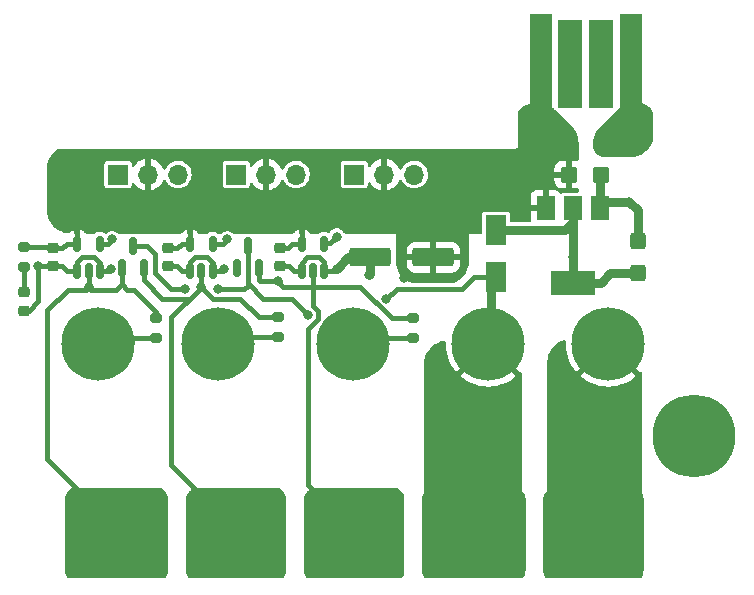
<source format=gtl>
G04 #@! TF.GenerationSoftware,KiCad,Pcbnew,(6.0.5)*
G04 #@! TF.CreationDate,2022-06-23T18:32:15+02:00*
G04 #@! TF.ProjectId,microjuice,6d696372-6f6a-4756-9963-652e6b696361,rev?*
G04 #@! TF.SameCoordinates,Original*
G04 #@! TF.FileFunction,Copper,L1,Top*
G04 #@! TF.FilePolarity,Positive*
%FSLAX46Y46*%
G04 Gerber Fmt 4.6, Leading zero omitted, Abs format (unit mm)*
G04 Created by KiCad (PCBNEW (6.0.5)) date 2022-06-23 18:32:15*
%MOMM*%
%LPD*%
G01*
G04 APERTURE LIST*
G04 Aperture macros list*
%AMRoundRect*
0 Rectangle with rounded corners*
0 $1 Rounding radius*
0 $2 $3 $4 $5 $6 $7 $8 $9 X,Y pos of 4 corners*
0 Add a 4 corners polygon primitive as box body*
4,1,4,$2,$3,$4,$5,$6,$7,$8,$9,$2,$3,0*
0 Add four circle primitives for the rounded corners*
1,1,$1+$1,$2,$3*
1,1,$1+$1,$4,$5*
1,1,$1+$1,$6,$7*
1,1,$1+$1,$8,$9*
0 Add four rect primitives between the rounded corners*
20,1,$1+$1,$2,$3,$4,$5,0*
20,1,$1+$1,$4,$5,$6,$7,0*
20,1,$1+$1,$6,$7,$8,$9,0*
20,1,$1+$1,$8,$9,$2,$3,0*%
G04 Aperture macros list end*
G04 #@! TA.AperFunction,SMDPad,CuDef*
%ADD10RoundRect,0.200000X0.275000X-0.200000X0.275000X0.200000X-0.275000X0.200000X-0.275000X-0.200000X0*%
G04 #@! TD*
G04 #@! TA.AperFunction,SMDPad,CuDef*
%ADD11RoundRect,0.150000X0.150000X-0.587500X0.150000X0.587500X-0.150000X0.587500X-0.150000X-0.587500X0*%
G04 #@! TD*
G04 #@! TA.AperFunction,ComponentPad*
%ADD12C,7.000000*%
G04 #@! TD*
G04 #@! TA.AperFunction,SMDPad,CuDef*
%ADD13RoundRect,0.150000X0.150000X-0.512500X0.150000X0.512500X-0.150000X0.512500X-0.150000X-0.512500X0*%
G04 #@! TD*
G04 #@! TA.AperFunction,SMDPad,CuDef*
%ADD14RoundRect,0.250000X1.500000X0.550000X-1.500000X0.550000X-1.500000X-0.550000X1.500000X-0.550000X0*%
G04 #@! TD*
G04 #@! TA.AperFunction,SMDPad,CuDef*
%ADD15R,1.800000X2.500000*%
G04 #@! TD*
G04 #@! TA.AperFunction,ComponentPad*
%ADD16C,6.200000*%
G04 #@! TD*
G04 #@! TA.AperFunction,SMDPad,CuDef*
%ADD17RoundRect,0.225000X0.250000X-0.225000X0.250000X0.225000X-0.250000X0.225000X-0.250000X-0.225000X0*%
G04 #@! TD*
G04 #@! TA.AperFunction,ComponentPad*
%ADD18R,1.700000X1.700000*%
G04 #@! TD*
G04 #@! TA.AperFunction,ComponentPad*
%ADD19O,1.700000X1.700000*%
G04 #@! TD*
G04 #@! TA.AperFunction,SMDPad,CuDef*
%ADD20RoundRect,0.250000X0.425000X-0.450000X0.425000X0.450000X-0.425000X0.450000X-0.425000X-0.450000X0*%
G04 #@! TD*
G04 #@! TA.AperFunction,SMDPad,CuDef*
%ADD21RoundRect,0.250000X-0.450000X-0.425000X0.450000X-0.425000X0.450000X0.425000X-0.450000X0.425000X0*%
G04 #@! TD*
G04 #@! TA.AperFunction,SMDPad,CuDef*
%ADD22R,1.500000X2.000000*%
G04 #@! TD*
G04 #@! TA.AperFunction,SMDPad,CuDef*
%ADD23R,3.800000X2.000000*%
G04 #@! TD*
G04 #@! TA.AperFunction,ConnectorPad*
%ADD24R,1.900000X8.000000*%
G04 #@! TD*
G04 #@! TA.AperFunction,ConnectorPad*
%ADD25R,2.000000X7.500000*%
G04 #@! TD*
G04 #@! TA.AperFunction,SMDPad,CuDef*
%ADD26RoundRect,0.200000X-0.275000X0.200000X-0.275000X-0.200000X0.275000X-0.200000X0.275000X0.200000X0*%
G04 #@! TD*
G04 #@! TA.AperFunction,SMDPad,CuDef*
%ADD27RoundRect,0.218750X0.256250X-0.218750X0.256250X0.218750X-0.256250X0.218750X-0.256250X-0.218750X0*%
G04 #@! TD*
G04 #@! TA.AperFunction,ViaPad*
%ADD28C,0.800000*%
G04 #@! TD*
G04 #@! TA.AperFunction,Conductor*
%ADD29C,0.800000*%
G04 #@! TD*
G04 #@! TA.AperFunction,Conductor*
%ADD30C,0.400000*%
G04 #@! TD*
G04 APERTURE END LIST*
D10*
G04 #@! TO.P,R2,1*
G04 #@! TO.N,Net-(H8-Pad1)*
X115500000Y-116250000D03*
G04 #@! TO.P,R2,2*
G04 #@! TO.N,Net-(D2-Pad2)*
X115500000Y-114600000D03*
G04 #@! TD*
D11*
G04 #@! TO.P,D3,1*
G04 #@! TO.N,unconnected-(D3-Pad1)*
X112050000Y-110437500D03*
G04 #@! TO.P,D3,2*
G04 #@! TO.N,Net-(D3-Pad2)*
X113950000Y-110437500D03*
G04 #@! TO.P,D3,3*
G04 #@! TO.N,+3V0*
X113000000Y-108562500D03*
G04 #@! TD*
D12*
G04 #@! TO.P,H6,1,1*
G04 #@! TO.N,VBUS*
X150800000Y-124600000D03*
G04 #@! TD*
D13*
G04 #@! TO.P,U4,1*
G04 #@! TO.N,GND*
X117550000Y-110637500D03*
G04 #@! TO.P,U4,2*
G04 #@! TO.N,Net-(D3-Pad2)*
X118500000Y-110637500D03*
G04 #@! TO.P,U4,3,GND*
G04 #@! TO.N,GND*
X119450000Y-110637500D03*
G04 #@! TO.P,U4,4*
G04 #@! TO.N,Net-(JP3-Pad1)*
X119450000Y-108362500D03*
G04 #@! TO.P,U4,5,VCC*
G04 #@! TO.N,VBUS*
X117550000Y-108362500D03*
G04 #@! TD*
D12*
G04 #@! TO.P,H10,1,1*
G04 #@! TO.N,+3V0*
X132000000Y-132588000D03*
G04 #@! TD*
D14*
G04 #@! TO.P,C1,1*
G04 #@! TO.N,VBUS*
X128700000Y-109500000D03*
G04 #@! TO.P,C1,2*
G04 #@! TO.N,GND*
X123300000Y-109500000D03*
G04 #@! TD*
D11*
G04 #@! TO.P,D2,1*
G04 #@! TO.N,Net-(D2-Pad1)*
X102300000Y-110437500D03*
G04 #@! TO.P,D2,2*
G04 #@! TO.N,Net-(D2-Pad2)*
X104200000Y-110437500D03*
G04 #@! TO.P,D2,3*
G04 #@! TO.N,+3V0*
X103250000Y-108562500D03*
G04 #@! TD*
D15*
G04 #@! TO.P,D1,1,K*
G04 #@! TO.N,+3V0*
X134000000Y-111200000D03*
G04 #@! TO.P,D1,2,A*
G04 #@! TO.N,Net-(C6-Pad1)*
X134000000Y-107200000D03*
G04 #@! TD*
D16*
G04 #@! TO.P,H9,1,1*
G04 #@! TO.N,Net-(H9-Pad1)*
X121920000Y-116840000D03*
G04 #@! TD*
D17*
G04 #@! TO.P,C4,1*
G04 #@! TO.N,GND*
X96500000Y-110275000D03*
G04 #@! TO.P,C4,2*
G04 #@! TO.N,VBUS*
X96500000Y-108725000D03*
G04 #@! TD*
G04 #@! TO.P,C5,1*
G04 #@! TO.N,GND*
X115750000Y-110275000D03*
G04 #@! TO.P,C5,2*
G04 #@! TO.N,VBUS*
X115750000Y-108725000D03*
G04 #@! TD*
G04 #@! TO.P,C3,1*
G04 #@! TO.N,GND*
X106250000Y-110275000D03*
G04 #@! TO.P,C3,2*
G04 #@! TO.N,VBUS*
X106250000Y-108725000D03*
G04 #@! TD*
D18*
G04 #@! TO.P,J5,1,Pin_1*
G04 #@! TO.N,GND*
X122000000Y-102500000D03*
D19*
G04 #@! TO.P,J5,2,Pin_2*
G04 #@! TO.N,VBUS*
X124540000Y-102500000D03*
G04 #@! TO.P,J5,3,Pin_3*
G04 #@! TO.N,Net-(JP3-Pad1)*
X127080000Y-102500000D03*
G04 #@! TD*
D20*
G04 #@! TO.P,C6,1*
G04 #@! TO.N,Net-(C6-Pad1)*
X146000000Y-110850000D03*
G04 #@! TO.P,C6,2*
G04 #@! TO.N,GND*
X146000000Y-108150000D03*
G04 #@! TD*
D13*
G04 #@! TO.P,U3,1*
G04 #@! TO.N,GND*
X108100000Y-110637500D03*
G04 #@! TO.P,U3,2*
G04 #@! TO.N,Net-(D2-Pad2)*
X109050000Y-110637500D03*
G04 #@! TO.P,U3,3,GND*
G04 #@! TO.N,GND*
X110000000Y-110637500D03*
G04 #@! TO.P,U3,4*
G04 #@! TO.N,Net-(J4-Pad3)*
X110000000Y-108362500D03*
G04 #@! TO.P,U3,5,VCC*
G04 #@! TO.N,VBUS*
X108100000Y-108362500D03*
G04 #@! TD*
D21*
G04 #@! TO.P,C2,1*
G04 #@! TO.N,VBUS*
X140150000Y-102500000D03*
G04 #@! TO.P,C2,2*
G04 #@! TO.N,GND*
X142850000Y-102500000D03*
G04 #@! TD*
D18*
G04 #@! TO.P,J4,1,Pin_1*
G04 #@! TO.N,GND*
X112000000Y-102500000D03*
D19*
G04 #@! TO.P,J4,2,Pin_2*
G04 #@! TO.N,VBUS*
X114540000Y-102500000D03*
G04 #@! TO.P,J4,3,Pin_3*
G04 #@! TO.N,Net-(J4-Pad3)*
X117080000Y-102500000D03*
G04 #@! TD*
D10*
G04 #@! TO.P,R1,1*
G04 #@! TO.N,Net-(H7-Pad1)*
X105250000Y-116325000D03*
G04 #@! TO.P,R1,2*
G04 #@! TO.N,Net-(D2-Pad1)*
X105250000Y-114675000D03*
G04 #@! TD*
D22*
G04 #@! TO.P,U1,1,GND*
G04 #@! TO.N,GND*
X142800000Y-105350000D03*
G04 #@! TO.P,U1,2,VO*
G04 #@! TO.N,Net-(C6-Pad1)*
X140500000Y-105350000D03*
D23*
X140500000Y-111650000D03*
D22*
G04 #@! TO.P,U1,3,VI*
G04 #@! TO.N,VBUS*
X138200000Y-105350000D03*
G04 #@! TD*
D16*
G04 #@! TO.P,H7,1,1*
G04 #@! TO.N,Net-(H7-Pad1)*
X100330000Y-116840000D03*
G04 #@! TD*
G04 #@! TO.P,H5,1,1*
G04 #@! TO.N,GND*
X143510000Y-116840000D03*
G04 #@! TD*
D12*
G04 #@! TO.P,H2,1,1*
G04 #@! TO.N,Net-(D2-Pad2)*
X112000000Y-132588000D03*
G04 #@! TD*
D13*
G04 #@! TO.P,U2,1*
G04 #@! TO.N,GND*
X98550000Y-110637500D03*
G04 #@! TO.P,U2,2*
G04 #@! TO.N,Net-(D2-Pad1)*
X99500000Y-110637500D03*
G04 #@! TO.P,U2,3,GND*
G04 #@! TO.N,GND*
X100450000Y-110637500D03*
G04 #@! TO.P,U2,4*
G04 #@! TO.N,Net-(J3-Pad3)*
X100450000Y-108362500D03*
G04 #@! TO.P,U2,5,VCC*
G04 #@! TO.N,VBUS*
X98550000Y-108362500D03*
G04 #@! TD*
D24*
G04 #@! TO.P,J1,1,VBUS*
G04 #@! TO.N,VBUS*
X137790000Y-92900000D03*
D25*
G04 #@! TO.P,J1,2,D-*
G04 #@! TO.N,unconnected-(J1-Pad2)*
X140300000Y-93150000D03*
G04 #@! TO.P,J1,3,D+*
G04 #@! TO.N,unconnected-(J1-Pad3)*
X142900000Y-93150000D03*
D24*
G04 #@! TO.P,J1,4,GND*
G04 #@! TO.N,GND*
X145410000Y-92900000D03*
G04 #@! TD*
D26*
G04 #@! TO.P,R4,1*
G04 #@! TO.N,VBUS*
X94000000Y-108675000D03*
G04 #@! TO.P,R4,2*
G04 #@! TO.N,Net-(D4-Pad2)*
X94000000Y-110325000D03*
G04 #@! TD*
D12*
G04 #@! TO.P,H11,1,1*
G04 #@! TO.N,GND*
X142000000Y-132588000D03*
G04 #@! TD*
G04 #@! TO.P,H1,1,1*
G04 #@! TO.N,Net-(D2-Pad1)*
X102000000Y-132588000D03*
G04 #@! TD*
D27*
G04 #@! TO.P,D4,1,K*
G04 #@! TO.N,GND*
X94000000Y-114037500D03*
G04 #@! TO.P,D4,2,A*
G04 #@! TO.N,Net-(D4-Pad2)*
X94000000Y-112462500D03*
G04 #@! TD*
D18*
G04 #@! TO.P,J3,1,Pin_1*
G04 #@! TO.N,GND*
X102000000Y-102500000D03*
D19*
G04 #@! TO.P,J3,2,Pin_2*
G04 #@! TO.N,VBUS*
X104540000Y-102500000D03*
G04 #@! TO.P,J3,3,Pin_3*
G04 #@! TO.N,Net-(J3-Pad3)*
X107080000Y-102500000D03*
G04 #@! TD*
D16*
G04 #@! TO.P,H8,1,1*
G04 #@! TO.N,Net-(H8-Pad1)*
X110490000Y-116840000D03*
G04 #@! TD*
D10*
G04 #@! TO.P,R3,1*
G04 #@! TO.N,Net-(H9-Pad1)*
X127000000Y-116325000D03*
G04 #@! TO.P,R3,2*
G04 #@! TO.N,Net-(D3-Pad2)*
X127000000Y-114675000D03*
G04 #@! TD*
D12*
G04 #@! TO.P,H3,1,1*
G04 #@! TO.N,Net-(D3-Pad2)*
X121920000Y-132588000D03*
G04 #@! TD*
D16*
G04 #@! TO.P,H4,1,1*
G04 #@! TO.N,+3V0*
X133350000Y-116840000D03*
G04 #@! TD*
D28*
G04 #@! TO.N,GND*
X101400500Y-110500000D03*
X145700000Y-100600000D03*
X120500000Y-110500000D03*
X123250000Y-111000000D03*
X145300000Y-104800000D03*
X111000000Y-110500000D03*
X95250000Y-110250000D03*
X143100000Y-100600000D03*
X144400000Y-100600000D03*
G04 #@! TO.N,+3V0*
X110500000Y-112200000D03*
X118100000Y-114400000D03*
X107700000Y-112200500D03*
X124690332Y-113059668D03*
G04 #@! TO.N,VBUS*
X127400000Y-111250000D03*
X126200000Y-111250000D03*
X128600000Y-111250000D03*
G04 #@! TO.N,Net-(D2-Pad1)*
X99500000Y-112000000D03*
G04 #@! TO.N,Net-(D2-Pad2)*
X109000000Y-112000000D03*
G04 #@! TO.N,Net-(D3-Pad2)*
X115500000Y-111500000D03*
G04 #@! TO.N,Net-(J3-Pad3)*
X101500000Y-108000000D03*
G04 #@! TO.N,Net-(C6-Pad1)*
X140500000Y-109500000D03*
X140500000Y-106500000D03*
G04 #@! TO.N,Net-(J4-Pad3)*
X111250000Y-108000000D03*
G04 #@! TO.N,Net-(JP3-Pad1)*
X120500000Y-107750000D03*
G04 #@! TD*
D29*
G04 #@! TO.N,GND*
X142800000Y-102800000D02*
X142800000Y-105350000D01*
D30*
X119026069Y-109500000D02*
X119450000Y-109923931D01*
X97275000Y-110275000D02*
X97637500Y-110637500D01*
X100450000Y-109950000D02*
X100450000Y-110637500D01*
X106975000Y-110275000D02*
X107000000Y-110250000D01*
X94000000Y-114037500D02*
X94462500Y-114037500D01*
D29*
X145300000Y-104800000D02*
X146000000Y-105500000D01*
D30*
X96500000Y-110275000D02*
X97275000Y-110275000D01*
X120500000Y-110500000D02*
X120362500Y-110637500D01*
X107000000Y-110250000D02*
X107387500Y-110637500D01*
X95250000Y-113250000D02*
X95250000Y-110250000D01*
X100450000Y-110637500D02*
X101263000Y-110637500D01*
D29*
X123300000Y-110950000D02*
X123300000Y-109500000D01*
D30*
X117550000Y-109950000D02*
X118000000Y-109500000D01*
D29*
X146000000Y-105500000D02*
X146000000Y-108150000D01*
D30*
X110000000Y-110637500D02*
X110000000Y-110000000D01*
X98550000Y-110637500D02*
X98550000Y-109923931D01*
X98550000Y-109923931D02*
X98973931Y-109500000D01*
X109500000Y-109500000D02*
X108500000Y-109500000D01*
X120362500Y-110637500D02*
X119450000Y-110637500D01*
X101263000Y-110637500D02*
X101400500Y-110500000D01*
D29*
X142850000Y-102750000D02*
X142800000Y-102800000D01*
X142850000Y-102500000D02*
X142850000Y-102750000D01*
X145300000Y-104800000D02*
X143350000Y-104800000D01*
D30*
X100000000Y-109500000D02*
X100450000Y-109950000D01*
X108500000Y-109500000D02*
X108100000Y-109900000D01*
X106250000Y-110275000D02*
X106975000Y-110275000D01*
X98973931Y-109500000D02*
X100000000Y-109500000D01*
X97637500Y-110637500D02*
X98550000Y-110637500D01*
X107387500Y-110637500D02*
X108100000Y-110637500D01*
D29*
X121500000Y-109500000D02*
X120500000Y-110500000D01*
X123300000Y-109500000D02*
X121500000Y-109500000D01*
D30*
X108100000Y-109900000D02*
X108100000Y-110637500D01*
X117550000Y-110637500D02*
X117550000Y-109950000D01*
X94462500Y-114037500D02*
X95250000Y-113250000D01*
X95275000Y-110275000D02*
X96500000Y-110275000D01*
D29*
X143350000Y-104800000D02*
X142800000Y-105350000D01*
D30*
X110862500Y-110637500D02*
X110000000Y-110637500D01*
X111000000Y-110500000D02*
X110862500Y-110637500D01*
X118000000Y-109500000D02*
X119026069Y-109500000D01*
X116500000Y-110275000D02*
X116862500Y-110637500D01*
X110000000Y-110000000D02*
X109500000Y-109500000D01*
X115750000Y-110275000D02*
X116500000Y-110275000D01*
X116862500Y-110637500D02*
X117550000Y-110637500D01*
X119450000Y-109923931D02*
X119450000Y-110637500D01*
X95250000Y-110250000D02*
X95275000Y-110275000D01*
D29*
X123250000Y-111000000D02*
X123300000Y-110950000D01*
G04 #@! TO.N,+3V0*
X133600000Y-111600000D02*
X133600000Y-116590000D01*
D30*
X114300000Y-113000000D02*
X113000000Y-111700000D01*
X131127832Y-112172168D02*
X132100000Y-111200000D01*
X112700000Y-112200000D02*
X113000000Y-111900000D01*
X110500000Y-112200000D02*
X112700000Y-112200000D01*
X104462500Y-108562500D02*
X103250000Y-108562500D01*
D29*
X134000000Y-111200000D02*
X133600000Y-111600000D01*
D30*
X113000000Y-111700000D02*
X113000000Y-111300000D01*
X125577832Y-112172168D02*
X131127832Y-112172168D01*
X116700000Y-113000000D02*
X114300000Y-113000000D01*
X113000000Y-111900000D02*
X113000000Y-111300000D01*
X107700000Y-112200500D02*
X106500500Y-112200500D01*
D29*
X133600000Y-116590000D02*
X133350000Y-116840000D01*
D30*
X132100000Y-111200000D02*
X134000000Y-111200000D01*
X113000000Y-111002138D02*
X113000000Y-108562500D01*
X105100000Y-109200000D02*
X104462500Y-108562500D01*
X124690332Y-113059668D02*
X125577832Y-112172168D01*
X113000000Y-111300000D02*
X113000000Y-111002138D01*
X106500500Y-112200500D02*
X105100000Y-110800000D01*
X118100000Y-114400000D02*
X116700000Y-113000000D01*
X105100000Y-110800000D02*
X105100000Y-109200000D01*
G04 #@! TO.N,VBUS*
X106275000Y-108750000D02*
X107000000Y-108750000D01*
X106250000Y-108725000D02*
X106275000Y-108750000D01*
X116387500Y-108725000D02*
X116750000Y-108362500D01*
X94000000Y-108675000D02*
X96450000Y-108675000D01*
X107000000Y-108750000D02*
X107387500Y-108362500D01*
X97275000Y-108725000D02*
X97637500Y-108362500D01*
X96450000Y-108675000D02*
X96500000Y-108725000D01*
X97637500Y-108362500D02*
X98550000Y-108362500D01*
X115750000Y-108725000D02*
X116387500Y-108725000D01*
X116750000Y-108362500D02*
X117550000Y-108362500D01*
X117550000Y-108362500D02*
X117550000Y-106700000D01*
X96500000Y-108725000D02*
X97275000Y-108725000D01*
X107387500Y-108362500D02*
X108100000Y-108362500D01*
X98550000Y-108362500D02*
X98550000Y-106450000D01*
X108100000Y-108362500D02*
X108100000Y-106400000D01*
G04 #@! TO.N,Net-(H7-Pad1)*
X103205000Y-116675000D02*
X103040000Y-116840000D01*
X100845000Y-116325000D02*
X105250000Y-116325000D01*
X103040000Y-116840000D02*
X100330000Y-116840000D01*
X100175000Y-116685000D02*
X100330000Y-116840000D01*
X100330000Y-116840000D02*
X100845000Y-116325000D01*
G04 #@! TO.N,Net-(H8-Pad1)*
X110490000Y-116840000D02*
X111080000Y-116250000D01*
X111080000Y-116250000D02*
X115500000Y-116250000D01*
G04 #@! TO.N,Net-(H9-Pad1)*
X119590000Y-116840000D02*
X121920000Y-116840000D01*
X121920000Y-116840000D02*
X122435000Y-116325000D01*
X122435000Y-116325000D02*
X127000000Y-116325000D01*
G04 #@! TO.N,Net-(D4-Pad2)*
X94000000Y-112462500D02*
X94000000Y-110325000D01*
G04 #@! TO.N,Net-(D2-Pad1)*
X99500000Y-112000000D02*
X99750000Y-112250000D01*
X96000000Y-114000000D02*
X96000000Y-126588000D01*
X97750000Y-112250000D02*
X96000000Y-114000000D01*
X96000000Y-126588000D02*
X102000000Y-132588000D01*
X105250000Y-114150000D02*
X103350000Y-112250000D01*
X99500000Y-112000000D02*
X99250000Y-112250000D01*
X99500000Y-110637500D02*
X99500000Y-112000000D01*
X103350000Y-112250000D02*
X102750000Y-112250000D01*
X102300000Y-111800000D02*
X102300000Y-110437500D01*
X102750000Y-112250000D02*
X102300000Y-111800000D01*
X105250000Y-114675000D02*
X105250000Y-114150000D01*
X99750000Y-112250000D02*
X101850000Y-112250000D01*
X99250000Y-112250000D02*
X97750000Y-112250000D01*
X101850000Y-112250000D02*
X102300000Y-111800000D01*
G04 #@! TO.N,Net-(D2-Pad2)*
X105750000Y-113000000D02*
X104200000Y-111450000D01*
X113900000Y-114600000D02*
X115500000Y-114600000D01*
X109000000Y-112100000D02*
X108100000Y-113000000D01*
X109050000Y-111950000D02*
X109000000Y-112000000D01*
X109000000Y-112000000D02*
X110000000Y-113000000D01*
X106500000Y-114600000D02*
X106500000Y-127088000D01*
X108100000Y-113000000D02*
X105750000Y-113000000D01*
X109050000Y-110637500D02*
X109050000Y-111950000D01*
X104200000Y-111450000D02*
X104200000Y-110437500D01*
X106500000Y-127088000D02*
X112000000Y-132588000D01*
X109000000Y-112100000D02*
X106500000Y-114600000D01*
X110000000Y-113000000D02*
X112300000Y-113000000D01*
X109000000Y-110687500D02*
X109050000Y-110637500D01*
X112300000Y-113000000D02*
X113900000Y-114600000D01*
X109000000Y-112000000D02*
X109000000Y-112100000D01*
G04 #@! TO.N,Net-(D3-Pad2)*
X118100000Y-128768000D02*
X121920000Y-132588000D01*
X118100000Y-115555471D02*
X118100000Y-128768000D01*
X118899511Y-114755960D02*
X118100000Y-115555471D01*
X118500000Y-110637500D02*
X118500000Y-113669320D01*
X118899511Y-114068831D02*
X118899511Y-114755960D01*
X113950000Y-111450000D02*
X113950000Y-110437500D01*
X114000000Y-111500000D02*
X113950000Y-111450000D01*
X122500000Y-112000000D02*
X125175000Y-114675000D01*
X125175000Y-114675000D02*
X127000000Y-114675000D01*
X116000000Y-112000000D02*
X122500000Y-112000000D01*
X115500000Y-111500000D02*
X114000000Y-111500000D01*
X118500000Y-113669320D02*
X118899511Y-114068831D01*
X115500000Y-111500000D02*
X116000000Y-112000000D01*
G04 #@! TO.N,Net-(J3-Pad3)*
X100450000Y-108362500D02*
X101137500Y-108362500D01*
X101137500Y-108362500D02*
X101500000Y-108000000D01*
D29*
G04 #@! TO.N,Net-(C6-Pad1)*
X134000000Y-107200000D02*
X139800000Y-107200000D01*
X139800000Y-107200000D02*
X140500000Y-106500000D01*
X140500000Y-105350000D02*
X140500000Y-106500000D01*
X142850000Y-111650000D02*
X140500000Y-111650000D01*
X146000000Y-110850000D02*
X143650000Y-110850000D01*
X140500000Y-109500000D02*
X140500000Y-111650000D01*
X143650000Y-110850000D02*
X142850000Y-111650000D01*
X140500000Y-106500000D02*
X140500000Y-109500000D01*
D30*
G04 #@! TO.N,Net-(J4-Pad3)*
X110887500Y-108362500D02*
X110000000Y-108362500D01*
X111250000Y-108000000D02*
X110887500Y-108362500D01*
G04 #@! TO.N,Net-(JP3-Pad1)*
X119950000Y-108300000D02*
X119450000Y-108300000D01*
X120500000Y-107750000D02*
X119950000Y-108300000D01*
G04 #@! TD*
G04 #@! TA.AperFunction,Conductor*
G04 #@! TO.N,+3V0*
G36*
X133439095Y-116569885D02*
G01*
X136063210Y-119193999D01*
X136087838Y-119207448D01*
X136134385Y-119217573D01*
X136184587Y-119267775D01*
X136200000Y-119328161D01*
X136200000Y-133150000D01*
X127900000Y-133150000D01*
X127900000Y-119566286D01*
X130988861Y-119566286D01*
X130996318Y-119576654D01*
X131223800Y-119760865D01*
X131229115Y-119764727D01*
X131540773Y-119967121D01*
X131546450Y-119970398D01*
X131877540Y-120139097D01*
X131883565Y-120141779D01*
X132230447Y-120274935D01*
X132236729Y-120276976D01*
X132595636Y-120373144D01*
X132602086Y-120374515D01*
X132969096Y-120432645D01*
X132975634Y-120433331D01*
X133346699Y-120452778D01*
X133353301Y-120452778D01*
X133724366Y-120433331D01*
X133730904Y-120432645D01*
X134097914Y-120374515D01*
X134104364Y-120373144D01*
X134463271Y-120276976D01*
X134469553Y-120274935D01*
X134816435Y-120141779D01*
X134822460Y-120139097D01*
X135153550Y-119970398D01*
X135159227Y-119967121D01*
X135470885Y-119764727D01*
X135476200Y-119760865D01*
X135702730Y-119577424D01*
X135711198Y-119565166D01*
X135704865Y-119554076D01*
X133362810Y-117212020D01*
X133348869Y-117204408D01*
X133347034Y-117204539D01*
X133340420Y-117208790D01*
X130996001Y-119553210D01*
X130988861Y-119566286D01*
X127900000Y-119566286D01*
X127900000Y-118554501D01*
X127900321Y-118545513D01*
X127919714Y-118274355D01*
X127922272Y-118256567D01*
X127979098Y-117995342D01*
X127984161Y-117978097D01*
X127993421Y-117953271D01*
X128077589Y-117727607D01*
X128085055Y-117711260D01*
X128213176Y-117476625D01*
X128222895Y-117461502D01*
X128383103Y-117247490D01*
X128394876Y-117233904D01*
X128583904Y-117044876D01*
X128597490Y-117033103D01*
X128811502Y-116872895D01*
X128826625Y-116863176D01*
X129061260Y-116735055D01*
X129077607Y-116727589D01*
X129328100Y-116634160D01*
X129345329Y-116629101D01*
X129591502Y-116575549D01*
X129662316Y-116580614D01*
X129719151Y-116623161D01*
X129743962Y-116689682D01*
X129744110Y-116705264D01*
X129737222Y-116836699D01*
X129737222Y-116843301D01*
X129756669Y-117214366D01*
X129757355Y-117220904D01*
X129815485Y-117587914D01*
X129816856Y-117594364D01*
X129913024Y-117953271D01*
X129915065Y-117959553D01*
X130048221Y-118306435D01*
X130050903Y-118312460D01*
X130219594Y-118643534D01*
X130222891Y-118649244D01*
X130425259Y-118960864D01*
X130429147Y-118966215D01*
X130612576Y-119192730D01*
X130624834Y-119201198D01*
X130635924Y-119194865D01*
X133260905Y-116569885D01*
X133297321Y-116550000D01*
X133408155Y-116550000D01*
X133439095Y-116569885D01*
G37*
G04 #@! TD.AperFunction*
G04 #@! TD*
G04 #@! TA.AperFunction,Conductor*
G04 #@! TO.N,Net-(D3-Pad2)*
G36*
X125254843Y-129000477D02*
G01*
X125435388Y-129018259D01*
X125454418Y-129022045D01*
X125538887Y-129047668D01*
X125623353Y-129073290D01*
X125641283Y-129080717D01*
X125796969Y-129163933D01*
X125813106Y-129174715D01*
X125949573Y-129286710D01*
X125963290Y-129300427D01*
X126030102Y-129381837D01*
X126075285Y-129436894D01*
X126086067Y-129453031D01*
X126169283Y-129608717D01*
X126176710Y-129626647D01*
X126227955Y-129795580D01*
X126231741Y-129814614D01*
X126249523Y-129995157D01*
X126250000Y-130004861D01*
X126250000Y-135995139D01*
X126249523Y-136004843D01*
X126231741Y-136185386D01*
X126227955Y-136204420D01*
X126176710Y-136373353D01*
X126169283Y-136391283D01*
X126086067Y-136546969D01*
X126075285Y-136563106D01*
X125993054Y-136663305D01*
X125941523Y-136696292D01*
X125916526Y-136699500D01*
X118083474Y-136699500D01*
X118025283Y-136680593D01*
X118006946Y-136663305D01*
X117924715Y-136563106D01*
X117913933Y-136546969D01*
X117830717Y-136391283D01*
X117823290Y-136373353D01*
X117772045Y-136204420D01*
X117768259Y-136185386D01*
X117750477Y-136004843D01*
X117750000Y-135995139D01*
X117750000Y-130004861D01*
X117750477Y-129995157D01*
X117768259Y-129814614D01*
X117772045Y-129795580D01*
X117823290Y-129626647D01*
X117830717Y-129608717D01*
X117913933Y-129453031D01*
X117924715Y-129436894D01*
X117969898Y-129381837D01*
X118036710Y-129300427D01*
X118050427Y-129286710D01*
X118186894Y-129174715D01*
X118203031Y-129163933D01*
X118358717Y-129080717D01*
X118376647Y-129073290D01*
X118461113Y-129047668D01*
X118545582Y-129022045D01*
X118564612Y-129018259D01*
X118745157Y-129000477D01*
X118754861Y-129000000D01*
X125245139Y-129000000D01*
X125254843Y-129000477D01*
G37*
G04 #@! TD.AperFunction*
G04 #@! TD*
G04 #@! TA.AperFunction,Conductor*
G04 #@! TO.N,+3V0*
G36*
X135504843Y-129000477D02*
G01*
X135685388Y-129018259D01*
X135704418Y-129022045D01*
X135788887Y-129047668D01*
X135873353Y-129073290D01*
X135891283Y-129080717D01*
X136046969Y-129163933D01*
X136063106Y-129174715D01*
X136199573Y-129286710D01*
X136213290Y-129300427D01*
X136280102Y-129381837D01*
X136325285Y-129436894D01*
X136336067Y-129453031D01*
X136419283Y-129608717D01*
X136426710Y-129626647D01*
X136477955Y-129795580D01*
X136481741Y-129814614D01*
X136499523Y-129995157D01*
X136500000Y-130004861D01*
X136500000Y-135995139D01*
X136499523Y-136004843D01*
X136481741Y-136185386D01*
X136477955Y-136204420D01*
X136426710Y-136373353D01*
X136419283Y-136391283D01*
X136336067Y-136546969D01*
X136325285Y-136563106D01*
X136243054Y-136663305D01*
X136191523Y-136696292D01*
X136166526Y-136699500D01*
X128083474Y-136699500D01*
X128025283Y-136680593D01*
X128006946Y-136663305D01*
X127924715Y-136563106D01*
X127913933Y-136546969D01*
X127830717Y-136391283D01*
X127823290Y-136373353D01*
X127772045Y-136204420D01*
X127768259Y-136185386D01*
X127750477Y-136004843D01*
X127750000Y-135995139D01*
X127750000Y-130004861D01*
X127750477Y-129995157D01*
X127768259Y-129814614D01*
X127772045Y-129795580D01*
X127823290Y-129626647D01*
X127830717Y-129608717D01*
X127913933Y-129453031D01*
X127924715Y-129436894D01*
X127969898Y-129381837D01*
X128036710Y-129300427D01*
X128050427Y-129286710D01*
X128186894Y-129174715D01*
X128203031Y-129163933D01*
X128358717Y-129080717D01*
X128376647Y-129073290D01*
X128461113Y-129047668D01*
X128545582Y-129022045D01*
X128564612Y-129018259D01*
X128745157Y-129000477D01*
X128754861Y-129000000D01*
X135495139Y-129000000D01*
X135504843Y-129000477D01*
G37*
G04 #@! TD.AperFunction*
G04 #@! TD*
G04 #@! TA.AperFunction,Conductor*
G04 #@! TO.N,Net-(D2-Pad2)*
G36*
X115254843Y-129000477D02*
G01*
X115435388Y-129018259D01*
X115454418Y-129022045D01*
X115538887Y-129047668D01*
X115623353Y-129073290D01*
X115641283Y-129080717D01*
X115796969Y-129163933D01*
X115813106Y-129174715D01*
X115949573Y-129286710D01*
X115963290Y-129300427D01*
X116030102Y-129381837D01*
X116075285Y-129436894D01*
X116086067Y-129453031D01*
X116169283Y-129608717D01*
X116176710Y-129626647D01*
X116227955Y-129795580D01*
X116231741Y-129814614D01*
X116249523Y-129995157D01*
X116250000Y-130004861D01*
X116250000Y-135995139D01*
X116249523Y-136004843D01*
X116231741Y-136185386D01*
X116227955Y-136204420D01*
X116176710Y-136373353D01*
X116169283Y-136391283D01*
X116086067Y-136546969D01*
X116075285Y-136563106D01*
X115993054Y-136663305D01*
X115941523Y-136696292D01*
X115916526Y-136699500D01*
X108083474Y-136699500D01*
X108025283Y-136680593D01*
X108006946Y-136663305D01*
X107924715Y-136563106D01*
X107913933Y-136546969D01*
X107830717Y-136391283D01*
X107823290Y-136373353D01*
X107772045Y-136204420D01*
X107768259Y-136185386D01*
X107750477Y-136004843D01*
X107750000Y-135995139D01*
X107750000Y-130004861D01*
X107750477Y-129995157D01*
X107768259Y-129814614D01*
X107772045Y-129795580D01*
X107823290Y-129626647D01*
X107830717Y-129608717D01*
X107913933Y-129453031D01*
X107924715Y-129436894D01*
X107969898Y-129381837D01*
X108036710Y-129300427D01*
X108050427Y-129286710D01*
X108186894Y-129174715D01*
X108203031Y-129163933D01*
X108358717Y-129080717D01*
X108376647Y-129073290D01*
X108461113Y-129047668D01*
X108545582Y-129022045D01*
X108564612Y-129018259D01*
X108745157Y-129000477D01*
X108754861Y-129000000D01*
X115245139Y-129000000D01*
X115254843Y-129000477D01*
G37*
G04 #@! TD.AperFunction*
G04 #@! TD*
G04 #@! TA.AperFunction,Conductor*
G04 #@! TO.N,GND*
G36*
X146104308Y-96450377D02*
G01*
X146189038Y-96457790D01*
X146317112Y-96468995D01*
X146334106Y-96471991D01*
X146536259Y-96526158D01*
X146552475Y-96532061D01*
X146742152Y-96620509D01*
X146757097Y-96629137D01*
X146928526Y-96749172D01*
X146941746Y-96760264D01*
X147089736Y-96908254D01*
X147100828Y-96921474D01*
X147220863Y-97092903D01*
X147229491Y-97107848D01*
X147290224Y-97238090D01*
X147299500Y-97279929D01*
X147299500Y-99597847D01*
X147293258Y-99632444D01*
X147221738Y-99824196D01*
X147215870Y-99837044D01*
X147085900Y-100075068D01*
X147078266Y-100086947D01*
X146989060Y-100206112D01*
X146915745Y-100304049D01*
X146906496Y-100314724D01*
X146714724Y-100506496D01*
X146704049Y-100515745D01*
X146486947Y-100678266D01*
X146475068Y-100685900D01*
X146237044Y-100815870D01*
X146224196Y-100821738D01*
X145970102Y-100916510D01*
X145956549Y-100920490D01*
X145691547Y-100978138D01*
X145677566Y-100980148D01*
X145403523Y-100999748D01*
X145396460Y-101000000D01*
X143199878Y-101000000D01*
X143190237Y-100999529D01*
X143013747Y-100982260D01*
X142994832Y-100978523D01*
X142912255Y-100953647D01*
X142829675Y-100928770D01*
X142811845Y-100921438D01*
X142802554Y-100916510D01*
X142659469Y-100840617D01*
X142643398Y-100829969D01*
X142633277Y-100821738D01*
X142509575Y-100721145D01*
X142495871Y-100707581D01*
X142385681Y-100574882D01*
X142374867Y-100558920D01*
X142292487Y-100407378D01*
X142284972Y-100389622D01*
X142233529Y-100224989D01*
X142229598Y-100206112D01*
X142210521Y-100029810D01*
X142209951Y-100020175D01*
X142208654Y-99893711D01*
X142208804Y-99887150D01*
X142223098Y-99632374D01*
X142224700Y-99619353D01*
X142271936Y-99371955D01*
X142275244Y-99359261D01*
X142354779Y-99120270D01*
X142359737Y-99108124D01*
X142470175Y-98881743D01*
X142476696Y-98870360D01*
X142616088Y-98660583D01*
X142624056Y-98650161D01*
X142792136Y-98458172D01*
X142796620Y-98453380D01*
X144211932Y-97038068D01*
X144216661Y-97033640D01*
X144352655Y-96914376D01*
X144406028Y-96867569D01*
X144416292Y-96859693D01*
X144623039Y-96721549D01*
X144634249Y-96715078D01*
X144857239Y-96605112D01*
X144869202Y-96600156D01*
X145104647Y-96520233D01*
X145117147Y-96516883D01*
X145361020Y-96468374D01*
X145373845Y-96466686D01*
X145625193Y-96450212D01*
X145631667Y-96450000D01*
X146095681Y-96450000D01*
X146104308Y-96450377D01*
G37*
G04 #@! TD.AperFunction*
G04 #@! TD*
G04 #@! TA.AperFunction,Conductor*
G04 #@! TO.N,GND*
G36*
X145504843Y-129000477D02*
G01*
X145685388Y-129018259D01*
X145704418Y-129022045D01*
X145788887Y-129047668D01*
X145873353Y-129073290D01*
X145891283Y-129080717D01*
X146046969Y-129163933D01*
X146063106Y-129174715D01*
X146199573Y-129286710D01*
X146213290Y-129300427D01*
X146280102Y-129381837D01*
X146325285Y-129436894D01*
X146336067Y-129453031D01*
X146419283Y-129608717D01*
X146426710Y-129626647D01*
X146477955Y-129795580D01*
X146481741Y-129814614D01*
X146499523Y-129995157D01*
X146500000Y-130004861D01*
X146500000Y-135995139D01*
X146499523Y-136004843D01*
X146481741Y-136185386D01*
X146477955Y-136204420D01*
X146426710Y-136373353D01*
X146419283Y-136391283D01*
X146336067Y-136546969D01*
X146325285Y-136563106D01*
X146243054Y-136663305D01*
X146191523Y-136696292D01*
X146166526Y-136699500D01*
X138333474Y-136699500D01*
X138275283Y-136680593D01*
X138256946Y-136663305D01*
X138174715Y-136563106D01*
X138163933Y-136546969D01*
X138080717Y-136391283D01*
X138073290Y-136373353D01*
X138022045Y-136204420D01*
X138018259Y-136185386D01*
X138000477Y-136004843D01*
X138000000Y-135995139D01*
X138000000Y-130004861D01*
X138000477Y-129995157D01*
X138018259Y-129814614D01*
X138022045Y-129795580D01*
X138073290Y-129626647D01*
X138080717Y-129608717D01*
X138163933Y-129453031D01*
X138174715Y-129436894D01*
X138219898Y-129381837D01*
X138286710Y-129300427D01*
X138300427Y-129286710D01*
X138436894Y-129174715D01*
X138453031Y-129163933D01*
X138608717Y-129080717D01*
X138626647Y-129073290D01*
X138711113Y-129047668D01*
X138795582Y-129022045D01*
X138814612Y-129018259D01*
X138995157Y-129000477D01*
X139004861Y-129000000D01*
X145495139Y-129000000D01*
X145504843Y-129000477D01*
G37*
G04 #@! TD.AperFunction*
G04 #@! TD*
G04 #@! TA.AperFunction,Conductor*
G04 #@! TO.N,GND*
G36*
X139871661Y-116527879D02*
G01*
X139905686Y-116590191D01*
X139908392Y-116623568D01*
X139897222Y-116836699D01*
X139897222Y-116843301D01*
X139916669Y-117214366D01*
X139917355Y-117220904D01*
X139975485Y-117587914D01*
X139976856Y-117594364D01*
X140073024Y-117953271D01*
X140075065Y-117959553D01*
X140208221Y-118306435D01*
X140210903Y-118312460D01*
X140379594Y-118643534D01*
X140382891Y-118649244D01*
X140585259Y-118960864D01*
X140589147Y-118966215D01*
X140772576Y-119192730D01*
X140784834Y-119201198D01*
X140795924Y-119194865D01*
X143420905Y-116569885D01*
X143483217Y-116535859D01*
X143554033Y-116540924D01*
X143599095Y-116569885D01*
X146223210Y-119193999D01*
X146237154Y-119201613D01*
X146265011Y-119199621D01*
X146334385Y-119214712D01*
X146384587Y-119264914D01*
X146400000Y-119325300D01*
X146400000Y-132800000D01*
X138350000Y-132800000D01*
X138350000Y-119566286D01*
X141148861Y-119566286D01*
X141156318Y-119576654D01*
X141383800Y-119760865D01*
X141389115Y-119764727D01*
X141700773Y-119967121D01*
X141706450Y-119970398D01*
X142037540Y-120139097D01*
X142043565Y-120141779D01*
X142390447Y-120274935D01*
X142396729Y-120276976D01*
X142755636Y-120373144D01*
X142762086Y-120374515D01*
X143129096Y-120432645D01*
X143135634Y-120433331D01*
X143506699Y-120452778D01*
X143513301Y-120452778D01*
X143884366Y-120433331D01*
X143890904Y-120432645D01*
X144257914Y-120374515D01*
X144264364Y-120373144D01*
X144623271Y-120276976D01*
X144629553Y-120274935D01*
X144976435Y-120141779D01*
X144982460Y-120139097D01*
X145313550Y-119970398D01*
X145319227Y-119967121D01*
X145630885Y-119764727D01*
X145636200Y-119760865D01*
X145862730Y-119577424D01*
X145871198Y-119565166D01*
X145864865Y-119554076D01*
X143522810Y-117212020D01*
X143508869Y-117204408D01*
X143507034Y-117204539D01*
X143500420Y-117208790D01*
X141156001Y-119553210D01*
X141148861Y-119566286D01*
X138350000Y-119566286D01*
X138350000Y-118404501D01*
X138350321Y-118395513D01*
X138369714Y-118124355D01*
X138372272Y-118106567D01*
X138429098Y-117845342D01*
X138434161Y-117828097D01*
X138521339Y-117594364D01*
X138527589Y-117577607D01*
X138535055Y-117561260D01*
X138663176Y-117326625D01*
X138672895Y-117311502D01*
X138833103Y-117097490D01*
X138844876Y-117083904D01*
X139033904Y-116894876D01*
X139047490Y-116883103D01*
X139261502Y-116722895D01*
X139276625Y-116713176D01*
X139511260Y-116585055D01*
X139527607Y-116577589D01*
X139738532Y-116498918D01*
X139809349Y-116493854D01*
X139871661Y-116527879D01*
G37*
G04 #@! TD.AperFunction*
G04 #@! TD*
G04 #@! TA.AperFunction,Conductor*
G04 #@! TO.N,VBUS*
G36*
X137675692Y-96500270D02*
G01*
X137924383Y-96516570D01*
X137940723Y-96518721D01*
X138181111Y-96566537D01*
X138197032Y-96570803D01*
X138429121Y-96649587D01*
X138444347Y-96655894D01*
X138664165Y-96764296D01*
X138678439Y-96772537D01*
X138882226Y-96908703D01*
X138895302Y-96918736D01*
X139012353Y-97021387D01*
X139035965Y-97053474D01*
X139036749Y-97052935D01*
X139043340Y-97062526D01*
X139048061Y-97073153D01*
X139127287Y-97152241D01*
X139150505Y-97162506D01*
X139188650Y-97188650D01*
X140411286Y-98411286D01*
X140416923Y-98417303D01*
X140581264Y-98604698D01*
X140591297Y-98617774D01*
X140727463Y-98821561D01*
X140735704Y-98835835D01*
X140844106Y-99055653D01*
X140850413Y-99070879D01*
X140929197Y-99302968D01*
X140933463Y-99318889D01*
X140981279Y-99559277D01*
X140983430Y-99575617D01*
X140999730Y-99824308D01*
X141000000Y-99832549D01*
X141000000Y-101234496D01*
X140979998Y-101302617D01*
X140926342Y-101349110D01*
X140856068Y-101359214D01*
X140834333Y-101354089D01*
X140761293Y-101329863D01*
X140747914Y-101326995D01*
X140653562Y-101317328D01*
X140647145Y-101317000D01*
X140422115Y-101317000D01*
X140406876Y-101321475D01*
X140405671Y-101322865D01*
X140404000Y-101330548D01*
X140404000Y-103664884D01*
X140408475Y-103680123D01*
X140409865Y-103681328D01*
X140417548Y-103682999D01*
X140647095Y-103682999D01*
X140653614Y-103682662D01*
X140749206Y-103672743D01*
X140762600Y-103669851D01*
X140834124Y-103645989D01*
X140905074Y-103643405D01*
X140966158Y-103679589D01*
X140997982Y-103743053D01*
X141000000Y-103765513D01*
X141000000Y-103923500D01*
X140979998Y-103991621D01*
X140926342Y-104038114D01*
X140874000Y-104049500D01*
X139705354Y-104049500D01*
X139701650Y-104049941D01*
X139701647Y-104049941D01*
X139694254Y-104050821D01*
X139679154Y-104052618D01*
X139576847Y-104098061D01*
X139568627Y-104106295D01*
X139559040Y-104112884D01*
X139556614Y-104109354D01*
X139514089Y-104132630D01*
X139443268Y-104127637D01*
X139386355Y-104085102D01*
X139318285Y-103994276D01*
X139305724Y-103981715D01*
X139203649Y-103905214D01*
X139188054Y-103896676D01*
X139067606Y-103851522D01*
X139052351Y-103847895D01*
X139001486Y-103842369D01*
X138994672Y-103842000D01*
X138472115Y-103842000D01*
X138456876Y-103846475D01*
X138455671Y-103847865D01*
X138454000Y-103855548D01*
X138454000Y-105478000D01*
X138433998Y-105546121D01*
X138380342Y-105592614D01*
X138328000Y-105604000D01*
X136960116Y-105604000D01*
X136944877Y-105608475D01*
X136943672Y-105609865D01*
X136942001Y-105617548D01*
X136942001Y-106373500D01*
X136921999Y-106441621D01*
X136868343Y-106488114D01*
X136816001Y-106499500D01*
X135326500Y-106499500D01*
X135258379Y-106479498D01*
X135211886Y-106425842D01*
X135200500Y-106373500D01*
X135200500Y-105905354D01*
X135197382Y-105879154D01*
X135151939Y-105776847D01*
X135072713Y-105697759D01*
X135062076Y-105693056D01*
X135062074Y-105693055D01*
X135002538Y-105666735D01*
X134970327Y-105652494D01*
X134944646Y-105649500D01*
X133055354Y-105649500D01*
X133051650Y-105649941D01*
X133051647Y-105649941D01*
X133044254Y-105650821D01*
X133029154Y-105652618D01*
X132926847Y-105698061D01*
X132847759Y-105777287D01*
X132843056Y-105787924D01*
X132843055Y-105787926D01*
X132816735Y-105847462D01*
X132802494Y-105879673D01*
X132799500Y-105905354D01*
X132799500Y-107500000D01*
X131750000Y-107500000D01*
X131750000Y-109745499D01*
X131749679Y-109754487D01*
X131730286Y-110025645D01*
X131727728Y-110043433D01*
X131694123Y-110197914D01*
X131670903Y-110304654D01*
X131665840Y-110321900D01*
X131572411Y-110572393D01*
X131564945Y-110588740D01*
X131436824Y-110823375D01*
X131427105Y-110838498D01*
X131266897Y-111052510D01*
X131255124Y-111066096D01*
X131066096Y-111255124D01*
X131052510Y-111266897D01*
X130838498Y-111427105D01*
X130823375Y-111436824D01*
X130588740Y-111564945D01*
X130572393Y-111572411D01*
X130327573Y-111663724D01*
X130283541Y-111671668D01*
X126966459Y-111671668D01*
X126922427Y-111663724D01*
X126677607Y-111572411D01*
X126661260Y-111564945D01*
X126426625Y-111436824D01*
X126411502Y-111427105D01*
X126197490Y-111266897D01*
X126183904Y-111255124D01*
X125994876Y-111066096D01*
X125983103Y-111052510D01*
X125822895Y-110838498D01*
X125813176Y-110823375D01*
X125685055Y-110588740D01*
X125677589Y-110572393D01*
X125584160Y-110321900D01*
X125579097Y-110304654D01*
X125555877Y-110197914D01*
X125533945Y-110097095D01*
X126442001Y-110097095D01*
X126442338Y-110103614D01*
X126452257Y-110199206D01*
X126455149Y-110212600D01*
X126506588Y-110366784D01*
X126512761Y-110379962D01*
X126598063Y-110517807D01*
X126607099Y-110529208D01*
X126721829Y-110643739D01*
X126733240Y-110652751D01*
X126871243Y-110737816D01*
X126884424Y-110743963D01*
X127038710Y-110795138D01*
X127052086Y-110798005D01*
X127146438Y-110807672D01*
X127152854Y-110808000D01*
X128427885Y-110808000D01*
X128443124Y-110803525D01*
X128444329Y-110802135D01*
X128446000Y-110794452D01*
X128446000Y-110789884D01*
X128954000Y-110789884D01*
X128958475Y-110805123D01*
X128959865Y-110806328D01*
X128967548Y-110807999D01*
X130247095Y-110807999D01*
X130253614Y-110807662D01*
X130349206Y-110797743D01*
X130362600Y-110794851D01*
X130516784Y-110743412D01*
X130529962Y-110737239D01*
X130667807Y-110651937D01*
X130679208Y-110642901D01*
X130793739Y-110528171D01*
X130802751Y-110516760D01*
X130887816Y-110378757D01*
X130893963Y-110365576D01*
X130945138Y-110211290D01*
X130948005Y-110197914D01*
X130957672Y-110103562D01*
X130958000Y-110097146D01*
X130958000Y-109772115D01*
X130953525Y-109756876D01*
X130952135Y-109755671D01*
X130944452Y-109754000D01*
X128972115Y-109754000D01*
X128956876Y-109758475D01*
X128955671Y-109759865D01*
X128954000Y-109767548D01*
X128954000Y-110789884D01*
X128446000Y-110789884D01*
X128446000Y-109772115D01*
X128441525Y-109756876D01*
X128440135Y-109755671D01*
X128432452Y-109754000D01*
X126460116Y-109754000D01*
X126444877Y-109758475D01*
X126443672Y-109759865D01*
X126442001Y-109767548D01*
X126442001Y-110097095D01*
X125533945Y-110097095D01*
X125522272Y-110043433D01*
X125519714Y-110025645D01*
X125500321Y-109754487D01*
X125500000Y-109745499D01*
X125500000Y-109227885D01*
X126442000Y-109227885D01*
X126446475Y-109243124D01*
X126447865Y-109244329D01*
X126455548Y-109246000D01*
X128427885Y-109246000D01*
X128443124Y-109241525D01*
X128444329Y-109240135D01*
X128446000Y-109232452D01*
X128446000Y-109227885D01*
X128954000Y-109227885D01*
X128958475Y-109243124D01*
X128959865Y-109244329D01*
X128967548Y-109246000D01*
X130939884Y-109246000D01*
X130955123Y-109241525D01*
X130956328Y-109240135D01*
X130957999Y-109232452D01*
X130957999Y-108902905D01*
X130957662Y-108896386D01*
X130947743Y-108800794D01*
X130944851Y-108787400D01*
X130893412Y-108633216D01*
X130887239Y-108620038D01*
X130801937Y-108482193D01*
X130792901Y-108470792D01*
X130678171Y-108356261D01*
X130666760Y-108347249D01*
X130528757Y-108262184D01*
X130515576Y-108256037D01*
X130361290Y-108204862D01*
X130347914Y-108201995D01*
X130253562Y-108192328D01*
X130247145Y-108192000D01*
X128972115Y-108192000D01*
X128956876Y-108196475D01*
X128955671Y-108197865D01*
X128954000Y-108205548D01*
X128954000Y-109227885D01*
X128446000Y-109227885D01*
X128446000Y-108210116D01*
X128441525Y-108194877D01*
X128440135Y-108193672D01*
X128432452Y-108192001D01*
X127152905Y-108192001D01*
X127146386Y-108192338D01*
X127050794Y-108202257D01*
X127037400Y-108205149D01*
X126883216Y-108256588D01*
X126870038Y-108262761D01*
X126732193Y-108348063D01*
X126720792Y-108357099D01*
X126606261Y-108471829D01*
X126597249Y-108483240D01*
X126512184Y-108621243D01*
X126506037Y-108634424D01*
X126454862Y-108788710D01*
X126451995Y-108802086D01*
X126442328Y-108896438D01*
X126442000Y-108902855D01*
X126442000Y-109227885D01*
X125500000Y-109227885D01*
X125500000Y-107500000D01*
X121240838Y-107500000D01*
X121172717Y-107479998D01*
X121129176Y-107432376D01*
X121128032Y-107430187D01*
X121125345Y-107423077D01*
X121067818Y-107339375D01*
X121033614Y-107289608D01*
X121033613Y-107289607D01*
X121029312Y-107283349D01*
X121017514Y-107272837D01*
X120908392Y-107175612D01*
X120908388Y-107175610D01*
X120902721Y-107170560D01*
X120752881Y-107091224D01*
X120588441Y-107049919D01*
X120580843Y-107049879D01*
X120580841Y-107049879D01*
X120503668Y-107049475D01*
X120418895Y-107049031D01*
X120411508Y-107050805D01*
X120411504Y-107050805D01*
X120268162Y-107085220D01*
X120254032Y-107088612D01*
X120247288Y-107092093D01*
X120247285Y-107092094D01*
X120242089Y-107094776D01*
X120103369Y-107166375D01*
X120097647Y-107171367D01*
X120097645Y-107171368D01*
X120064754Y-107200061D01*
X119975604Y-107277831D01*
X119949520Y-107314945D01*
X119902731Y-107381519D01*
X119847197Y-107425750D01*
X119776565Y-107432936D01*
X119757895Y-107427950D01*
X119692620Y-107405027D01*
X119692617Y-107405026D01*
X119685369Y-107402481D01*
X119677723Y-107401758D01*
X119677722Y-107401758D01*
X119671752Y-107401194D01*
X119653834Y-107399500D01*
X119246166Y-107399500D01*
X119228248Y-107401194D01*
X119222278Y-107401758D01*
X119222277Y-107401758D01*
X119214631Y-107402481D01*
X119086816Y-107447366D01*
X119079246Y-107452958D01*
X119079243Y-107452959D01*
X119048928Y-107475351D01*
X118982250Y-107499734D01*
X118974068Y-107500000D01*
X118328348Y-107500000D01*
X118260227Y-107479998D01*
X118228789Y-107451227D01*
X118218446Y-107437893D01*
X118112104Y-107331551D01*
X118099678Y-107321911D01*
X117970221Y-107245352D01*
X117955790Y-107239107D01*
X117821395Y-107200061D01*
X117807294Y-107200101D01*
X117804000Y-107207370D01*
X117804000Y-107500000D01*
X117296000Y-107500000D01*
X117296000Y-107213122D01*
X117292027Y-107199591D01*
X117284129Y-107198456D01*
X117144210Y-107239107D01*
X117129779Y-107245352D01*
X117000322Y-107321911D01*
X116987896Y-107331551D01*
X116881554Y-107437893D01*
X116871211Y-107451227D01*
X116813655Y-107492793D01*
X116771652Y-107500000D01*
X111789870Y-107500000D01*
X111721749Y-107479998D01*
X111706060Y-107468084D01*
X111652721Y-107420560D01*
X111645645Y-107416813D01*
X111578985Y-107381519D01*
X111502881Y-107341224D01*
X111338441Y-107299919D01*
X111330843Y-107299879D01*
X111330841Y-107299879D01*
X111253668Y-107299475D01*
X111168895Y-107299031D01*
X111161508Y-107300805D01*
X111161504Y-107300805D01*
X111018162Y-107335220D01*
X111004032Y-107338612D01*
X110997288Y-107342093D01*
X110997285Y-107342094D01*
X110885523Y-107399779D01*
X110853369Y-107416375D01*
X110847647Y-107421367D01*
X110847645Y-107421368D01*
X110793102Y-107468949D01*
X110728620Y-107498657D01*
X110710273Y-107500000D01*
X110475932Y-107500000D01*
X110407811Y-107479998D01*
X110401072Y-107475351D01*
X110370757Y-107452959D01*
X110370754Y-107452958D01*
X110363184Y-107447366D01*
X110235369Y-107402481D01*
X110227723Y-107401758D01*
X110227722Y-107401758D01*
X110221752Y-107401194D01*
X110203834Y-107399500D01*
X109796166Y-107399500D01*
X109778248Y-107401194D01*
X109772278Y-107401758D01*
X109772277Y-107401758D01*
X109764631Y-107402481D01*
X109636816Y-107447366D01*
X109629246Y-107452958D01*
X109629243Y-107452959D01*
X109598928Y-107475351D01*
X109532250Y-107499734D01*
X109524068Y-107500000D01*
X108878348Y-107500000D01*
X108810227Y-107479998D01*
X108778789Y-107451227D01*
X108768446Y-107437893D01*
X108662104Y-107331551D01*
X108649678Y-107321911D01*
X108520221Y-107245352D01*
X108505790Y-107239107D01*
X108371395Y-107200061D01*
X108357294Y-107200101D01*
X108354000Y-107207370D01*
X108354000Y-107500000D01*
X107846000Y-107500000D01*
X107846000Y-107213122D01*
X107842027Y-107199591D01*
X107834129Y-107198456D01*
X107694210Y-107239107D01*
X107679779Y-107245352D01*
X107550322Y-107321911D01*
X107537896Y-107331551D01*
X107431554Y-107437893D01*
X107421211Y-107451227D01*
X107363655Y-107492793D01*
X107321652Y-107500000D01*
X102039870Y-107500000D01*
X101971749Y-107479998D01*
X101956060Y-107468084D01*
X101902721Y-107420560D01*
X101895645Y-107416813D01*
X101828985Y-107381519D01*
X101752881Y-107341224D01*
X101588441Y-107299919D01*
X101580843Y-107299879D01*
X101580841Y-107299879D01*
X101503668Y-107299475D01*
X101418895Y-107299031D01*
X101411508Y-107300805D01*
X101411504Y-107300805D01*
X101268162Y-107335220D01*
X101254032Y-107338612D01*
X101247288Y-107342093D01*
X101247285Y-107342094D01*
X101135523Y-107399779D01*
X101103369Y-107416375D01*
X101097647Y-107421367D01*
X101097645Y-107421368D01*
X101043102Y-107468949D01*
X100978620Y-107498657D01*
X100960273Y-107500000D01*
X100925932Y-107500000D01*
X100857811Y-107479998D01*
X100851072Y-107475351D01*
X100820757Y-107452959D01*
X100820754Y-107452958D01*
X100813184Y-107447366D01*
X100685369Y-107402481D01*
X100677723Y-107401758D01*
X100677722Y-107401758D01*
X100671752Y-107401194D01*
X100653834Y-107399500D01*
X100246166Y-107399500D01*
X100228248Y-107401194D01*
X100222278Y-107401758D01*
X100222277Y-107401758D01*
X100214631Y-107402481D01*
X100086816Y-107447366D01*
X100079246Y-107452958D01*
X100079243Y-107452959D01*
X100048928Y-107475351D01*
X99982250Y-107499734D01*
X99974068Y-107500000D01*
X99328348Y-107500000D01*
X99260227Y-107479998D01*
X99228789Y-107451227D01*
X99218446Y-107437893D01*
X99112104Y-107331551D01*
X99099678Y-107321911D01*
X98970221Y-107245352D01*
X98955790Y-107239107D01*
X98821395Y-107200061D01*
X98807294Y-107200101D01*
X98804000Y-107207370D01*
X98804000Y-107500000D01*
X98296000Y-107500000D01*
X98296000Y-107213122D01*
X98292027Y-107199591D01*
X98284129Y-107198456D01*
X98144210Y-107239107D01*
X98129779Y-107245352D01*
X98000322Y-107321911D01*
X97987896Y-107331551D01*
X97875945Y-107443502D01*
X97874415Y-107441972D01*
X97825898Y-107477013D01*
X97774904Y-107483901D01*
X97724350Y-107480285D01*
X97706567Y-107477728D01*
X97445342Y-107420902D01*
X97428100Y-107415840D01*
X97177607Y-107322411D01*
X97161260Y-107314945D01*
X96926625Y-107186824D01*
X96911502Y-107177105D01*
X96697490Y-107016897D01*
X96683904Y-107005124D01*
X96494876Y-106816096D01*
X96483103Y-106802510D01*
X96322895Y-106588498D01*
X96313176Y-106573375D01*
X96217214Y-106397634D01*
X96185054Y-106338738D01*
X96177589Y-106322393D01*
X96084160Y-106071900D01*
X96079097Y-106054654D01*
X96022272Y-105793433D01*
X96019714Y-105775645D01*
X96014732Y-105705977D01*
X96000321Y-105504487D01*
X96000000Y-105495499D01*
X96000000Y-105077885D01*
X136942000Y-105077885D01*
X136946475Y-105093124D01*
X136947865Y-105094329D01*
X136955548Y-105096000D01*
X137927885Y-105096000D01*
X137943124Y-105091525D01*
X137944329Y-105090135D01*
X137946000Y-105082452D01*
X137946000Y-103860116D01*
X137941525Y-103844877D01*
X137940135Y-103843672D01*
X137932452Y-103842001D01*
X137405331Y-103842001D01*
X137398510Y-103842371D01*
X137347648Y-103847895D01*
X137332396Y-103851521D01*
X137211946Y-103896676D01*
X137196351Y-103905214D01*
X137094276Y-103981715D01*
X137081715Y-103994276D01*
X137005214Y-104096351D01*
X136996676Y-104111946D01*
X136951522Y-104232394D01*
X136947895Y-104247649D01*
X136942369Y-104298514D01*
X136942000Y-104305328D01*
X136942000Y-105077885D01*
X96000000Y-105077885D01*
X96000000Y-103394646D01*
X100849500Y-103394646D01*
X100852618Y-103420846D01*
X100898061Y-103523153D01*
X100906294Y-103531372D01*
X100906295Y-103531373D01*
X100932363Y-103557395D01*
X100977287Y-103602241D01*
X100987924Y-103606944D01*
X100987926Y-103606945D01*
X101025382Y-103623504D01*
X101079673Y-103647506D01*
X101105354Y-103650500D01*
X102894646Y-103650500D01*
X102898350Y-103650059D01*
X102898353Y-103650059D01*
X102905746Y-103649179D01*
X102920846Y-103647382D01*
X102984827Y-103618963D01*
X103012518Y-103606663D01*
X103023153Y-103601939D01*
X103102241Y-103522713D01*
X103147506Y-103420327D01*
X103150500Y-103394646D01*
X103150500Y-103278493D01*
X103170502Y-103210372D01*
X103224158Y-103163879D01*
X103294432Y-103153775D01*
X103359012Y-103183269D01*
X103383933Y-103212658D01*
X103437694Y-103300388D01*
X103443777Y-103308699D01*
X103583213Y-103469667D01*
X103590580Y-103476883D01*
X103754434Y-103612916D01*
X103762881Y-103618831D01*
X103946756Y-103726279D01*
X103956042Y-103730729D01*
X104155001Y-103806703D01*
X104164899Y-103809579D01*
X104268250Y-103830606D01*
X104282299Y-103829410D01*
X104286000Y-103819065D01*
X104286000Y-103818517D01*
X104794000Y-103818517D01*
X104798064Y-103832359D01*
X104811478Y-103834393D01*
X104818184Y-103833534D01*
X104828262Y-103831392D01*
X105032255Y-103770191D01*
X105041842Y-103766433D01*
X105233095Y-103672739D01*
X105241945Y-103667464D01*
X105415328Y-103543792D01*
X105423200Y-103537139D01*
X105574052Y-103386812D01*
X105580730Y-103378965D01*
X105705003Y-103206020D01*
X105710313Y-103197183D01*
X105804670Y-103006267D01*
X105808019Y-102997809D01*
X105851693Y-102941836D01*
X105918696Y-102918359D01*
X105987755Y-102934835D01*
X106039597Y-102991442D01*
X106076951Y-103072469D01*
X106079369Y-103077714D01*
X106201405Y-103250391D01*
X106252728Y-103300388D01*
X106345727Y-103390983D01*
X106352865Y-103397937D01*
X106357661Y-103401142D01*
X106357664Y-103401144D01*
X106460216Y-103469667D01*
X106528677Y-103515411D01*
X106533985Y-103517692D01*
X106533986Y-103517692D01*
X106717650Y-103596600D01*
X106717653Y-103596601D01*
X106722953Y-103598878D01*
X106728582Y-103600152D01*
X106728583Y-103600152D01*
X106923550Y-103644269D01*
X106923553Y-103644269D01*
X106929186Y-103645544D01*
X106934957Y-103645771D01*
X106934959Y-103645771D01*
X106996989Y-103648208D01*
X107140470Y-103653846D01*
X107146179Y-103653018D01*
X107146183Y-103653018D01*
X107344015Y-103624333D01*
X107344019Y-103624332D01*
X107349730Y-103623504D01*
X107436579Y-103594023D01*
X107544483Y-103557395D01*
X107544488Y-103557393D01*
X107549955Y-103555537D01*
X107554998Y-103552713D01*
X107729395Y-103455046D01*
X107729399Y-103455043D01*
X107734442Y-103452219D01*
X107803667Y-103394646D01*
X110849500Y-103394646D01*
X110852618Y-103420846D01*
X110898061Y-103523153D01*
X110906294Y-103531372D01*
X110906295Y-103531373D01*
X110932363Y-103557395D01*
X110977287Y-103602241D01*
X110987924Y-103606944D01*
X110987926Y-103606945D01*
X111025382Y-103623504D01*
X111079673Y-103647506D01*
X111105354Y-103650500D01*
X112894646Y-103650500D01*
X112898350Y-103650059D01*
X112898353Y-103650059D01*
X112905746Y-103649179D01*
X112920846Y-103647382D01*
X112984827Y-103618963D01*
X113012518Y-103606663D01*
X113023153Y-103601939D01*
X113102241Y-103522713D01*
X113147506Y-103420327D01*
X113150500Y-103394646D01*
X113150500Y-103278493D01*
X113170502Y-103210372D01*
X113224158Y-103163879D01*
X113294432Y-103153775D01*
X113359012Y-103183269D01*
X113383933Y-103212658D01*
X113437694Y-103300388D01*
X113443777Y-103308699D01*
X113583213Y-103469667D01*
X113590580Y-103476883D01*
X113754434Y-103612916D01*
X113762881Y-103618831D01*
X113946756Y-103726279D01*
X113956042Y-103730729D01*
X114155001Y-103806703D01*
X114164899Y-103809579D01*
X114268250Y-103830606D01*
X114282299Y-103829410D01*
X114286000Y-103819065D01*
X114286000Y-103818517D01*
X114794000Y-103818517D01*
X114798064Y-103832359D01*
X114811478Y-103834393D01*
X114818184Y-103833534D01*
X114828262Y-103831392D01*
X115032255Y-103770191D01*
X115041842Y-103766433D01*
X115233095Y-103672739D01*
X115241945Y-103667464D01*
X115415328Y-103543792D01*
X115423200Y-103537139D01*
X115574052Y-103386812D01*
X115580730Y-103378965D01*
X115705003Y-103206020D01*
X115710313Y-103197183D01*
X115804670Y-103006267D01*
X115808019Y-102997809D01*
X115851693Y-102941836D01*
X115918696Y-102918359D01*
X115987755Y-102934835D01*
X116039597Y-102991442D01*
X116076951Y-103072469D01*
X116079369Y-103077714D01*
X116201405Y-103250391D01*
X116252728Y-103300388D01*
X116345727Y-103390983D01*
X116352865Y-103397937D01*
X116357661Y-103401142D01*
X116357664Y-103401144D01*
X116460216Y-103469667D01*
X116528677Y-103515411D01*
X116533985Y-103517692D01*
X116533986Y-103517692D01*
X116717650Y-103596600D01*
X116717653Y-103596601D01*
X116722953Y-103598878D01*
X116728582Y-103600152D01*
X116728583Y-103600152D01*
X116923550Y-103644269D01*
X116923553Y-103644269D01*
X116929186Y-103645544D01*
X116934957Y-103645771D01*
X116934959Y-103645771D01*
X116996989Y-103648208D01*
X117140470Y-103653846D01*
X117146179Y-103653018D01*
X117146183Y-103653018D01*
X117344015Y-103624333D01*
X117344019Y-103624332D01*
X117349730Y-103623504D01*
X117436579Y-103594023D01*
X117544483Y-103557395D01*
X117544488Y-103557393D01*
X117549955Y-103555537D01*
X117554998Y-103552713D01*
X117729395Y-103455046D01*
X117729399Y-103455043D01*
X117734442Y-103452219D01*
X117803667Y-103394646D01*
X120849500Y-103394646D01*
X120852618Y-103420846D01*
X120898061Y-103523153D01*
X120906294Y-103531372D01*
X120906295Y-103531373D01*
X120932363Y-103557395D01*
X120977287Y-103602241D01*
X120987924Y-103606944D01*
X120987926Y-103606945D01*
X121025382Y-103623504D01*
X121079673Y-103647506D01*
X121105354Y-103650500D01*
X122894646Y-103650500D01*
X122898350Y-103650059D01*
X122898353Y-103650059D01*
X122905746Y-103649179D01*
X122920846Y-103647382D01*
X122984827Y-103618963D01*
X123012518Y-103606663D01*
X123023153Y-103601939D01*
X123102241Y-103522713D01*
X123147506Y-103420327D01*
X123150500Y-103394646D01*
X123150500Y-103278493D01*
X123170502Y-103210372D01*
X123224158Y-103163879D01*
X123294432Y-103153775D01*
X123359012Y-103183269D01*
X123383933Y-103212658D01*
X123437694Y-103300388D01*
X123443777Y-103308699D01*
X123583213Y-103469667D01*
X123590580Y-103476883D01*
X123754434Y-103612916D01*
X123762881Y-103618831D01*
X123946756Y-103726279D01*
X123956042Y-103730729D01*
X124155001Y-103806703D01*
X124164899Y-103809579D01*
X124268250Y-103830606D01*
X124282299Y-103829410D01*
X124286000Y-103819065D01*
X124286000Y-103818517D01*
X124794000Y-103818517D01*
X124798064Y-103832359D01*
X124811478Y-103834393D01*
X124818184Y-103833534D01*
X124828262Y-103831392D01*
X125032255Y-103770191D01*
X125041842Y-103766433D01*
X125233095Y-103672739D01*
X125241945Y-103667464D01*
X125415328Y-103543792D01*
X125423200Y-103537139D01*
X125574052Y-103386812D01*
X125580730Y-103378965D01*
X125705003Y-103206020D01*
X125710313Y-103197183D01*
X125804670Y-103006267D01*
X125808019Y-102997809D01*
X125851693Y-102941836D01*
X125918696Y-102918359D01*
X125987755Y-102934835D01*
X126039597Y-102991442D01*
X126076951Y-103072469D01*
X126079369Y-103077714D01*
X126201405Y-103250391D01*
X126252728Y-103300388D01*
X126345727Y-103390983D01*
X126352865Y-103397937D01*
X126357661Y-103401142D01*
X126357664Y-103401144D01*
X126460216Y-103469667D01*
X126528677Y-103515411D01*
X126533985Y-103517692D01*
X126533986Y-103517692D01*
X126717650Y-103596600D01*
X126717653Y-103596601D01*
X126722953Y-103598878D01*
X126728582Y-103600152D01*
X126728583Y-103600152D01*
X126923550Y-103644269D01*
X126923553Y-103644269D01*
X126929186Y-103645544D01*
X126934957Y-103645771D01*
X126934959Y-103645771D01*
X126996989Y-103648208D01*
X127140470Y-103653846D01*
X127146179Y-103653018D01*
X127146183Y-103653018D01*
X127344015Y-103624333D01*
X127344019Y-103624332D01*
X127349730Y-103623504D01*
X127436579Y-103594023D01*
X127544483Y-103557395D01*
X127544488Y-103557393D01*
X127549955Y-103555537D01*
X127554998Y-103552713D01*
X127729395Y-103455046D01*
X127729399Y-103455043D01*
X127734442Y-103452219D01*
X127897012Y-103317012D01*
X128032219Y-103154442D01*
X128035043Y-103149399D01*
X128035046Y-103149395D01*
X128132713Y-102974998D01*
X128132714Y-102974996D01*
X128134339Y-102972095D01*
X138942001Y-102972095D01*
X138942338Y-102978614D01*
X138952257Y-103074206D01*
X138955149Y-103087600D01*
X139006588Y-103241784D01*
X139012761Y-103254962D01*
X139098063Y-103392807D01*
X139107099Y-103404208D01*
X139221829Y-103518739D01*
X139233240Y-103527751D01*
X139371243Y-103612816D01*
X139384424Y-103618963D01*
X139538710Y-103670138D01*
X139552086Y-103673005D01*
X139646438Y-103682672D01*
X139652854Y-103683000D01*
X139877885Y-103683000D01*
X139893124Y-103678525D01*
X139894329Y-103677135D01*
X139896000Y-103669452D01*
X139896000Y-102772115D01*
X139891525Y-102756876D01*
X139890135Y-102755671D01*
X139882452Y-102754000D01*
X138960116Y-102754000D01*
X138944877Y-102758475D01*
X138943672Y-102759865D01*
X138942001Y-102767548D01*
X138942001Y-102972095D01*
X128134339Y-102972095D01*
X128135537Y-102969955D01*
X128137393Y-102964488D01*
X128137395Y-102964483D01*
X128201647Y-102775200D01*
X128203504Y-102769730D01*
X128204935Y-102759865D01*
X128233314Y-102564140D01*
X128233314Y-102564138D01*
X128233846Y-102560470D01*
X128235429Y-102500000D01*
X128216081Y-102289440D01*
X128203359Y-102244329D01*
X128198721Y-102227885D01*
X138942000Y-102227885D01*
X138946475Y-102243124D01*
X138947865Y-102244329D01*
X138955548Y-102246000D01*
X139877885Y-102246000D01*
X139893124Y-102241525D01*
X139894329Y-102240135D01*
X139896000Y-102232452D01*
X139896000Y-101335116D01*
X139891525Y-101319877D01*
X139890135Y-101318672D01*
X139882452Y-101317001D01*
X139652905Y-101317001D01*
X139646386Y-101317338D01*
X139550794Y-101327257D01*
X139537400Y-101330149D01*
X139383216Y-101381588D01*
X139370038Y-101387761D01*
X139232193Y-101473063D01*
X139220792Y-101482099D01*
X139106261Y-101596829D01*
X139097249Y-101608240D01*
X139012184Y-101746243D01*
X139006037Y-101759424D01*
X138954862Y-101913710D01*
X138951995Y-101927086D01*
X138942328Y-102021438D01*
X138942000Y-102027855D01*
X138942000Y-102227885D01*
X128198721Y-102227885D01*
X128160255Y-102091496D01*
X128158686Y-102085931D01*
X128149692Y-102067692D01*
X128067719Y-101901469D01*
X128065165Y-101896290D01*
X127938651Y-101726867D01*
X127811236Y-101609086D01*
X127787622Y-101587257D01*
X127787620Y-101587255D01*
X127783381Y-101583337D01*
X127651641Y-101500215D01*
X127609434Y-101473584D01*
X127609433Y-101473584D01*
X127604554Y-101470505D01*
X127408160Y-101392152D01*
X127402503Y-101391027D01*
X127402497Y-101391025D01*
X127206442Y-101352028D01*
X127206440Y-101352028D01*
X127200775Y-101350901D01*
X127195000Y-101350825D01*
X127194996Y-101350825D01*
X127088976Y-101349437D01*
X126989346Y-101348133D01*
X126983649Y-101349112D01*
X126983648Y-101349112D01*
X126786650Y-101382962D01*
X126786649Y-101382962D01*
X126780953Y-101383941D01*
X126582575Y-101457127D01*
X126577614Y-101460079D01*
X126577613Y-101460079D01*
X126531553Y-101487482D01*
X126400856Y-101565238D01*
X126241881Y-101704655D01*
X126110976Y-101870708D01*
X126108287Y-101875819D01*
X126108285Y-101875822D01*
X126034155Y-102016720D01*
X125984736Y-102067692D01*
X125915603Y-102083855D01*
X125848707Y-102060076D01*
X125807097Y-102008294D01*
X125742971Y-101860814D01*
X125738105Y-101851739D01*
X125622426Y-101672926D01*
X125616136Y-101664757D01*
X125472806Y-101507240D01*
X125465273Y-101500215D01*
X125298139Y-101368222D01*
X125289552Y-101362517D01*
X125103117Y-101259599D01*
X125093705Y-101255369D01*
X124892959Y-101184280D01*
X124882988Y-101181646D01*
X124811837Y-101168972D01*
X124798540Y-101170432D01*
X124794000Y-101184989D01*
X124794000Y-103818517D01*
X124286000Y-103818517D01*
X124286000Y-101183102D01*
X124282082Y-101169758D01*
X124267806Y-101167771D01*
X124229324Y-101173660D01*
X124219288Y-101176051D01*
X124016868Y-101242212D01*
X124007359Y-101246209D01*
X123818463Y-101344542D01*
X123809738Y-101350036D01*
X123639433Y-101477905D01*
X123631726Y-101484748D01*
X123484590Y-101638717D01*
X123478104Y-101646727D01*
X123380588Y-101789680D01*
X123325677Y-101834683D01*
X123255152Y-101842854D01*
X123191405Y-101811600D01*
X123154675Y-101750843D01*
X123150500Y-101718676D01*
X123150500Y-101605354D01*
X123149486Y-101596829D01*
X123148499Y-101588541D01*
X123147382Y-101579154D01*
X123101939Y-101476847D01*
X123093444Y-101468366D01*
X123030945Y-101405977D01*
X123022713Y-101397759D01*
X123012076Y-101393056D01*
X123012074Y-101393055D01*
X122935527Y-101359214D01*
X122920327Y-101352494D01*
X122894646Y-101349500D01*
X121105354Y-101349500D01*
X121101650Y-101349941D01*
X121101647Y-101349941D01*
X121094254Y-101350821D01*
X121079154Y-101352618D01*
X121070514Y-101356456D01*
X121070513Y-101356456D01*
X120992687Y-101391025D01*
X120976847Y-101398061D01*
X120897759Y-101477287D01*
X120893056Y-101487924D01*
X120893055Y-101487926D01*
X120866735Y-101547462D01*
X120852494Y-101579673D01*
X120849500Y-101605354D01*
X120849500Y-103394646D01*
X117803667Y-103394646D01*
X117897012Y-103317012D01*
X118032219Y-103154442D01*
X118035043Y-103149399D01*
X118035046Y-103149395D01*
X118132713Y-102974998D01*
X118132714Y-102974996D01*
X118135537Y-102969955D01*
X118137393Y-102964488D01*
X118137395Y-102964483D01*
X118201647Y-102775200D01*
X118203504Y-102769730D01*
X118204935Y-102759865D01*
X118233314Y-102564140D01*
X118233314Y-102564138D01*
X118233846Y-102560470D01*
X118235429Y-102500000D01*
X118216081Y-102289440D01*
X118203359Y-102244329D01*
X118160255Y-102091496D01*
X118158686Y-102085931D01*
X118149692Y-102067692D01*
X118067719Y-101901469D01*
X118065165Y-101896290D01*
X117938651Y-101726867D01*
X117811236Y-101609086D01*
X117787622Y-101587257D01*
X117787620Y-101587255D01*
X117783381Y-101583337D01*
X117651641Y-101500215D01*
X117609434Y-101473584D01*
X117609433Y-101473584D01*
X117604554Y-101470505D01*
X117408160Y-101392152D01*
X117402503Y-101391027D01*
X117402497Y-101391025D01*
X117206442Y-101352028D01*
X117206440Y-101352028D01*
X117200775Y-101350901D01*
X117195000Y-101350825D01*
X117194996Y-101350825D01*
X117088976Y-101349437D01*
X116989346Y-101348133D01*
X116983649Y-101349112D01*
X116983648Y-101349112D01*
X116786650Y-101382962D01*
X116786649Y-101382962D01*
X116780953Y-101383941D01*
X116582575Y-101457127D01*
X116577614Y-101460079D01*
X116577613Y-101460079D01*
X116531553Y-101487482D01*
X116400856Y-101565238D01*
X116241881Y-101704655D01*
X116110976Y-101870708D01*
X116108287Y-101875819D01*
X116108285Y-101875822D01*
X116034155Y-102016720D01*
X115984736Y-102067692D01*
X115915603Y-102083855D01*
X115848707Y-102060076D01*
X115807097Y-102008294D01*
X115742971Y-101860814D01*
X115738105Y-101851739D01*
X115622426Y-101672926D01*
X115616136Y-101664757D01*
X115472806Y-101507240D01*
X115465273Y-101500215D01*
X115298139Y-101368222D01*
X115289552Y-101362517D01*
X115103117Y-101259599D01*
X115093705Y-101255369D01*
X114892959Y-101184280D01*
X114882988Y-101181646D01*
X114811837Y-101168972D01*
X114798540Y-101170432D01*
X114794000Y-101184989D01*
X114794000Y-103818517D01*
X114286000Y-103818517D01*
X114286000Y-101183102D01*
X114282082Y-101169758D01*
X114267806Y-101167771D01*
X114229324Y-101173660D01*
X114219288Y-101176051D01*
X114016868Y-101242212D01*
X114007359Y-101246209D01*
X113818463Y-101344542D01*
X113809738Y-101350036D01*
X113639433Y-101477905D01*
X113631726Y-101484748D01*
X113484590Y-101638717D01*
X113478104Y-101646727D01*
X113380588Y-101789680D01*
X113325677Y-101834683D01*
X113255152Y-101842854D01*
X113191405Y-101811600D01*
X113154675Y-101750843D01*
X113150500Y-101718676D01*
X113150500Y-101605354D01*
X113149486Y-101596829D01*
X113148499Y-101588541D01*
X113147382Y-101579154D01*
X113101939Y-101476847D01*
X113093444Y-101468366D01*
X113030945Y-101405977D01*
X113022713Y-101397759D01*
X113012076Y-101393056D01*
X113012074Y-101393055D01*
X112935527Y-101359214D01*
X112920327Y-101352494D01*
X112894646Y-101349500D01*
X111105354Y-101349500D01*
X111101650Y-101349941D01*
X111101647Y-101349941D01*
X111094254Y-101350821D01*
X111079154Y-101352618D01*
X111070514Y-101356456D01*
X111070513Y-101356456D01*
X110992687Y-101391025D01*
X110976847Y-101398061D01*
X110897759Y-101477287D01*
X110893056Y-101487924D01*
X110893055Y-101487926D01*
X110866735Y-101547462D01*
X110852494Y-101579673D01*
X110849500Y-101605354D01*
X110849500Y-103394646D01*
X107803667Y-103394646D01*
X107897012Y-103317012D01*
X108032219Y-103154442D01*
X108035043Y-103149399D01*
X108035046Y-103149395D01*
X108132713Y-102974998D01*
X108132714Y-102974996D01*
X108135537Y-102969955D01*
X108137393Y-102964488D01*
X108137395Y-102964483D01*
X108201647Y-102775200D01*
X108203504Y-102769730D01*
X108204935Y-102759865D01*
X108233314Y-102564140D01*
X108233314Y-102564138D01*
X108233846Y-102560470D01*
X108235429Y-102500000D01*
X108216081Y-102289440D01*
X108203359Y-102244329D01*
X108160255Y-102091496D01*
X108158686Y-102085931D01*
X108149692Y-102067692D01*
X108067719Y-101901469D01*
X108065165Y-101896290D01*
X107938651Y-101726867D01*
X107811236Y-101609086D01*
X107787622Y-101587257D01*
X107787620Y-101587255D01*
X107783381Y-101583337D01*
X107651641Y-101500215D01*
X107609434Y-101473584D01*
X107609433Y-101473584D01*
X107604554Y-101470505D01*
X107408160Y-101392152D01*
X107402503Y-101391027D01*
X107402497Y-101391025D01*
X107206442Y-101352028D01*
X107206440Y-101352028D01*
X107200775Y-101350901D01*
X107195000Y-101350825D01*
X107194996Y-101350825D01*
X107088976Y-101349437D01*
X106989346Y-101348133D01*
X106983649Y-101349112D01*
X106983648Y-101349112D01*
X106786650Y-101382962D01*
X106786649Y-101382962D01*
X106780953Y-101383941D01*
X106582575Y-101457127D01*
X106577614Y-101460079D01*
X106577613Y-101460079D01*
X106531553Y-101487482D01*
X106400856Y-101565238D01*
X106241881Y-101704655D01*
X106110976Y-101870708D01*
X106108287Y-101875819D01*
X106108285Y-101875822D01*
X106034155Y-102016720D01*
X105984736Y-102067692D01*
X105915603Y-102083855D01*
X105848707Y-102060076D01*
X105807097Y-102008294D01*
X105742971Y-101860814D01*
X105738105Y-101851739D01*
X105622426Y-101672926D01*
X105616136Y-101664757D01*
X105472806Y-101507240D01*
X105465273Y-101500215D01*
X105298139Y-101368222D01*
X105289552Y-101362517D01*
X105103117Y-101259599D01*
X105093705Y-101255369D01*
X104892959Y-101184280D01*
X104882988Y-101181646D01*
X104811837Y-101168972D01*
X104798540Y-101170432D01*
X104794000Y-101184989D01*
X104794000Y-103818517D01*
X104286000Y-103818517D01*
X104286000Y-101183102D01*
X104282082Y-101169758D01*
X104267806Y-101167771D01*
X104229324Y-101173660D01*
X104219288Y-101176051D01*
X104016868Y-101242212D01*
X104007359Y-101246209D01*
X103818463Y-101344542D01*
X103809738Y-101350036D01*
X103639433Y-101477905D01*
X103631726Y-101484748D01*
X103484590Y-101638717D01*
X103478104Y-101646727D01*
X103380588Y-101789680D01*
X103325677Y-101834683D01*
X103255152Y-101842854D01*
X103191405Y-101811600D01*
X103154675Y-101750843D01*
X103150500Y-101718676D01*
X103150500Y-101605354D01*
X103149486Y-101596829D01*
X103148499Y-101588541D01*
X103147382Y-101579154D01*
X103101939Y-101476847D01*
X103093444Y-101468366D01*
X103030945Y-101405977D01*
X103022713Y-101397759D01*
X103012076Y-101393056D01*
X103012074Y-101393055D01*
X102935527Y-101359214D01*
X102920327Y-101352494D01*
X102894646Y-101349500D01*
X101105354Y-101349500D01*
X101101650Y-101349941D01*
X101101647Y-101349941D01*
X101094254Y-101350821D01*
X101079154Y-101352618D01*
X101070514Y-101356456D01*
X101070513Y-101356456D01*
X100992687Y-101391025D01*
X100976847Y-101398061D01*
X100897759Y-101477287D01*
X100893056Y-101487924D01*
X100893055Y-101487926D01*
X100866735Y-101547462D01*
X100852494Y-101579673D01*
X100849500Y-101605354D01*
X100849500Y-103394646D01*
X96000000Y-103394646D01*
X96000000Y-102004501D01*
X96000321Y-101995513D01*
X96005215Y-101927086D01*
X96019715Y-101724350D01*
X96022272Y-101706567D01*
X96079098Y-101445342D01*
X96084161Y-101428097D01*
X96092293Y-101406295D01*
X96177589Y-101177607D01*
X96185055Y-101161260D01*
X96313176Y-100926625D01*
X96322895Y-100911502D01*
X96483103Y-100697490D01*
X96494876Y-100683904D01*
X96683904Y-100494876D01*
X96697490Y-100483103D01*
X96907846Y-100325632D01*
X96974366Y-100300821D01*
X96983355Y-100300500D01*
X135547626Y-100300500D01*
X135559183Y-100301065D01*
X135570168Y-100304246D01*
X135607994Y-100300970D01*
X135618866Y-100300500D01*
X135627948Y-100300500D01*
X135633649Y-100299438D01*
X135633651Y-100299438D01*
X135634521Y-100299276D01*
X135646720Y-100297616D01*
X135670105Y-100295591D01*
X135670106Y-100295591D01*
X135681696Y-100294587D01*
X135692145Y-100289480D01*
X135695433Y-100288568D01*
X135698617Y-100287339D01*
X135710053Y-100285209D01*
X135739952Y-100266779D01*
X135750734Y-100260840D01*
X135771819Y-100250533D01*
X135782269Y-100245425D01*
X135790178Y-100236899D01*
X135792916Y-100234866D01*
X135795446Y-100232572D01*
X135805348Y-100226468D01*
X135812387Y-100217212D01*
X135812392Y-100217207D01*
X135826607Y-100198513D01*
X135834526Y-100189092D01*
X135850490Y-100171882D01*
X135858401Y-100163354D01*
X135862710Y-100152553D01*
X135864529Y-100149676D01*
X135866066Y-100146619D01*
X135873108Y-100137359D01*
X135882874Y-100103632D01*
X135886873Y-100091986D01*
X135899883Y-100059378D01*
X135900500Y-100053085D01*
X135900500Y-100050003D01*
X135900650Y-100046933D01*
X135900766Y-100046939D01*
X135901065Y-100040817D01*
X135904246Y-100029832D01*
X135900970Y-99992006D01*
X135900500Y-99981134D01*
X135900500Y-97113006D01*
X135923286Y-97040738D01*
X135932918Y-97026981D01*
X135947032Y-97010162D01*
X136110160Y-96847034D01*
X136126984Y-96832916D01*
X136315969Y-96700587D01*
X136334990Y-96689605D01*
X136544080Y-96592105D01*
X136564717Y-96584594D01*
X136787567Y-96524881D01*
X136809186Y-96521069D01*
X137044525Y-96500479D01*
X137055507Y-96500000D01*
X137667451Y-96500000D01*
X137675692Y-96500270D01*
G37*
G04 #@! TD.AperFunction*
G04 #@! TD*
G04 #@! TA.AperFunction,Conductor*
G04 #@! TO.N,Net-(D2-Pad1)*
G36*
X105254843Y-129000477D02*
G01*
X105435388Y-129018259D01*
X105454418Y-129022045D01*
X105538887Y-129047668D01*
X105623353Y-129073290D01*
X105641283Y-129080717D01*
X105796969Y-129163933D01*
X105813106Y-129174715D01*
X105949573Y-129286710D01*
X105963290Y-129300427D01*
X106030102Y-129381837D01*
X106075285Y-129436894D01*
X106086067Y-129453031D01*
X106169283Y-129608717D01*
X106176710Y-129626647D01*
X106227955Y-129795580D01*
X106231741Y-129814614D01*
X106249523Y-129995157D01*
X106250000Y-130004861D01*
X106250000Y-135995139D01*
X106249523Y-136004843D01*
X106231741Y-136185386D01*
X106227955Y-136204420D01*
X106176710Y-136373353D01*
X106169283Y-136391283D01*
X106086067Y-136546969D01*
X106075285Y-136563106D01*
X105993054Y-136663305D01*
X105941523Y-136696292D01*
X105916526Y-136699500D01*
X97833474Y-136699500D01*
X97775283Y-136680593D01*
X97756946Y-136663305D01*
X97674715Y-136563106D01*
X97663933Y-136546969D01*
X97580717Y-136391283D01*
X97573290Y-136373353D01*
X97522045Y-136204420D01*
X97518259Y-136185386D01*
X97500477Y-136004843D01*
X97500000Y-135995139D01*
X97500000Y-130004861D01*
X97500477Y-129995157D01*
X97518259Y-129814614D01*
X97522045Y-129795580D01*
X97573290Y-129626647D01*
X97580717Y-129608717D01*
X97663933Y-129453031D01*
X97674715Y-129436894D01*
X97719898Y-129381837D01*
X97786710Y-129300427D01*
X97800427Y-129286710D01*
X97936894Y-129174715D01*
X97953031Y-129163933D01*
X98108717Y-129080717D01*
X98126647Y-129073290D01*
X98211113Y-129047668D01*
X98295582Y-129022045D01*
X98314612Y-129018259D01*
X98495157Y-129000477D01*
X98504861Y-129000000D01*
X105245139Y-129000000D01*
X105254843Y-129000477D01*
G37*
G04 #@! TD.AperFunction*
G04 #@! TD*
M02*

</source>
